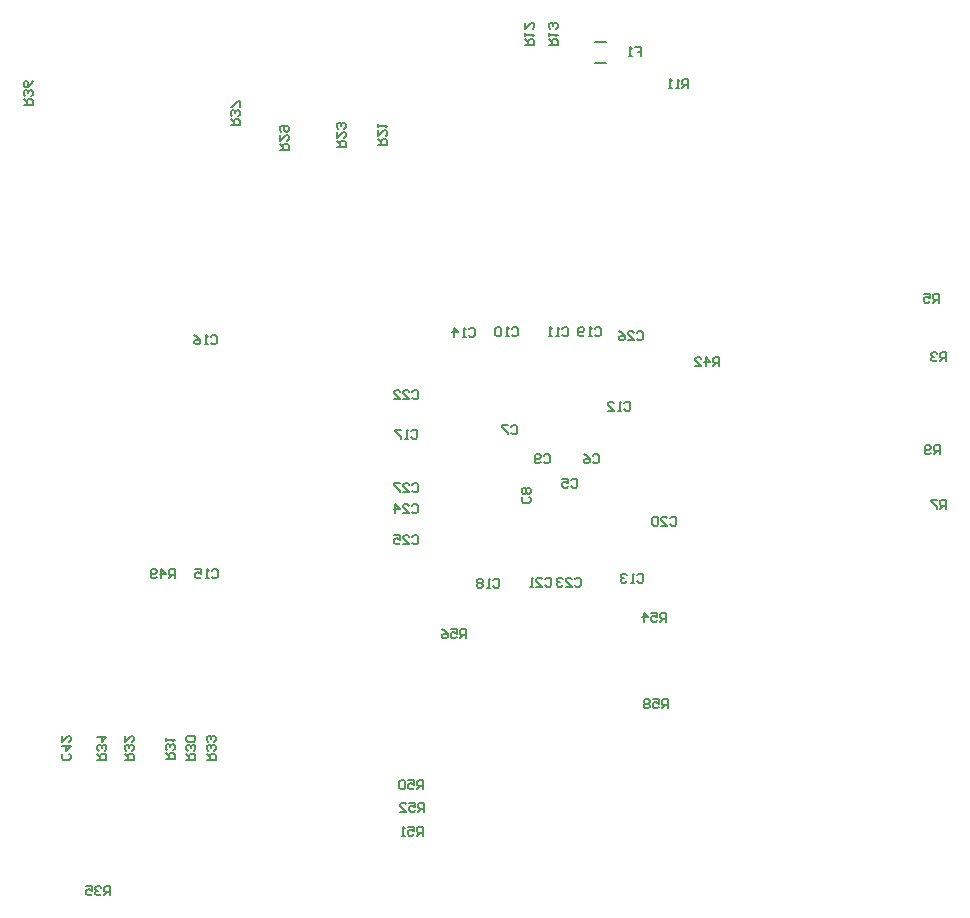
<source format=gbo>
G04*
G04 #@! TF.GenerationSoftware,Altium Limited,Altium Designer,23.4.1 (23)*
G04*
G04 Layer_Color=32896*
%FSLAX44Y44*%
%MOMM*%
G71*
G04*
G04 #@! TF.SameCoordinates,0BEE9D39-8D09-447D-96B2-328BBDF68ADB*
G04*
G04*
G04 #@! TF.FilePolarity,Positive*
G04*
G01*
G75*
%ADD14C,0.2000*%
%ADD16C,0.1270*%
D14*
X514500Y793500D02*
X524500D01*
X514500Y811500D02*
X524500D01*
D16*
X548500Y806809D02*
X553578D01*
Y803000D01*
X551039D01*
X553578D01*
Y799191D01*
X545961D02*
X543422D01*
X544691D01*
Y806809D01*
X545961Y805539D01*
X370157Y159534D02*
Y167151D01*
X366348D01*
X365078Y165882D01*
Y163342D01*
X366348Y162073D01*
X370157D01*
X367617D02*
X365078Y159534D01*
X357461Y167151D02*
X362539D01*
Y163342D01*
X360000Y164612D01*
X358730D01*
X357461Y163342D01*
Y160803D01*
X358730Y159534D01*
X361269D01*
X362539Y160803D01*
X349843Y159534D02*
X354921D01*
X349843Y164612D01*
Y165882D01*
X351113Y167151D01*
X353652D01*
X354921Y165882D01*
X369157Y178691D02*
Y186309D01*
X365348D01*
X364078Y185039D01*
Y182500D01*
X365348Y181231D01*
X369157D01*
X366618D02*
X364078Y178691D01*
X356461Y186309D02*
X361539D01*
Y182500D01*
X359000Y183770D01*
X357730D01*
X356461Y182500D01*
Y179961D01*
X357730Y178691D01*
X360270D01*
X361539Y179961D01*
X353922Y185039D02*
X352652Y186309D01*
X350113D01*
X348843Y185039D01*
Y179961D01*
X350113Y178691D01*
X352652D01*
X353922Y179961D01*
Y185039D01*
X206191Y740843D02*
X213809D01*
Y744652D01*
X212539Y745922D01*
X210000D01*
X208730Y744652D01*
Y740843D01*
Y743382D02*
X206191Y745922D01*
X212539Y748461D02*
X213809Y749730D01*
Y752270D01*
X212539Y753539D01*
X211270D01*
X210000Y752270D01*
Y751000D01*
Y752270D01*
X208730Y753539D01*
X207461D01*
X206191Y752270D01*
Y749730D01*
X207461Y748461D01*
X213809Y756078D02*
Y761157D01*
X212539D01*
X207461Y756078D01*
X206191D01*
X31191Y757843D02*
X38809D01*
Y761652D01*
X37539Y762922D01*
X35000D01*
X33730Y761652D01*
Y757843D01*
Y760383D02*
X31191Y762922D01*
X37539Y765461D02*
X38809Y766730D01*
Y769270D01*
X37539Y770539D01*
X36270D01*
X35000Y769270D01*
Y768000D01*
Y769270D01*
X33730Y770539D01*
X32461D01*
X31191Y769270D01*
Y766730D01*
X32461Y765461D01*
X38809Y778157D02*
X37539Y775618D01*
X35000Y773078D01*
X32461D01*
X31191Y774348D01*
Y776887D01*
X32461Y778157D01*
X33730D01*
X35000Y776887D01*
Y773078D01*
X247691Y719843D02*
X255309D01*
Y723652D01*
X254039Y724922D01*
X251500D01*
X250230Y723652D01*
Y719843D01*
Y722383D02*
X247691Y724922D01*
Y732539D02*
Y727461D01*
X252770Y732539D01*
X254039D01*
X255309Y731270D01*
Y728730D01*
X254039Y727461D01*
X248961Y735078D02*
X247691Y736348D01*
Y738887D01*
X248961Y740157D01*
X254039D01*
X255309Y738887D01*
Y736348D01*
X254039Y735078D01*
X252770D01*
X251500Y736348D01*
Y740157D01*
X575157Y320191D02*
Y327809D01*
X571348D01*
X570078Y326539D01*
Y324000D01*
X571348Y322730D01*
X575157D01*
X572617D02*
X570078Y320191D01*
X562461Y327809D02*
X567539D01*
Y324000D01*
X565000Y325270D01*
X563730D01*
X562461Y324000D01*
Y321461D01*
X563730Y320191D01*
X566270D01*
X567539Y321461D01*
X556113Y320191D02*
Y327809D01*
X559922Y324000D01*
X554843D01*
X104157Y88691D02*
Y96309D01*
X100348D01*
X99078Y95039D01*
Y92500D01*
X100348Y91230D01*
X104157D01*
X101617D02*
X99078Y88691D01*
X96539Y95039D02*
X95270Y96309D01*
X92730D01*
X91461Y95039D01*
Y93770D01*
X92730Y92500D01*
X94000D01*
X92730D01*
X91461Y91230D01*
Y89961D01*
X92730Y88691D01*
X95270D01*
X96539Y89961D01*
X83843Y96309D02*
X88922D01*
Y92500D01*
X86382Y93770D01*
X85113D01*
X83843Y92500D01*
Y89961D01*
X85113Y88691D01*
X87652D01*
X88922Y89961D01*
X576157Y246941D02*
Y254559D01*
X572348D01*
X571078Y253289D01*
Y250750D01*
X572348Y249480D01*
X576157D01*
X573618D02*
X571078Y246941D01*
X563461Y254559D02*
X568539D01*
Y250750D01*
X566000Y252020D01*
X564730D01*
X563461Y250750D01*
Y248211D01*
X564730Y246941D01*
X567270D01*
X568539Y248211D01*
X560922Y253289D02*
X559652Y254559D01*
X557113D01*
X555843Y253289D01*
Y252020D01*
X557113Y250750D01*
X555843Y249480D01*
Y248211D01*
X557113Y246941D01*
X559652D01*
X560922Y248211D01*
Y249480D01*
X559652Y250750D01*
X560922Y252020D01*
Y253289D01*
X559652Y250750D02*
X557113D01*
X405157Y306441D02*
Y314059D01*
X401348D01*
X400078Y312789D01*
Y310250D01*
X401348Y308981D01*
X405157D01*
X402617D02*
X400078Y306441D01*
X392461Y314059D02*
X397539D01*
Y310250D01*
X395000Y311520D01*
X393730D01*
X392461Y310250D01*
Y307711D01*
X393730Y306441D01*
X396270D01*
X397539Y307711D01*
X384843Y314059D02*
X387382Y312789D01*
X389922Y310250D01*
Y307711D01*
X388652Y306441D01*
X386113D01*
X384843Y307711D01*
Y308981D01*
X386113Y310250D01*
X389922D01*
X368887Y139191D02*
Y146809D01*
X365078D01*
X363809Y145539D01*
Y143000D01*
X365078Y141730D01*
X368887D01*
X366348D02*
X363809Y139191D01*
X356191Y146809D02*
X361270D01*
Y143000D01*
X358730Y144270D01*
X357461D01*
X356191Y143000D01*
Y140461D01*
X357461Y139191D01*
X360000D01*
X361270Y140461D01*
X353652Y139191D02*
X351113D01*
X352382D01*
Y146809D01*
X353652Y145539D01*
X159157Y357191D02*
Y364809D01*
X155348D01*
X154078Y363539D01*
Y361000D01*
X155348Y359730D01*
X159157D01*
X156617D02*
X154078Y357191D01*
X147730D02*
Y364809D01*
X151539Y361000D01*
X146461D01*
X143922Y358461D02*
X142652Y357191D01*
X140113D01*
X138843Y358461D01*
Y363539D01*
X140113Y364809D01*
X142652D01*
X143922Y363539D01*
Y362270D01*
X142652Y361000D01*
X138843D01*
X620157Y536691D02*
Y544309D01*
X616348D01*
X615078Y543039D01*
Y540500D01*
X616348Y539230D01*
X620157D01*
X617617D02*
X615078Y536691D01*
X608730D02*
Y544309D01*
X612539Y540500D01*
X607461D01*
X599843Y536691D02*
X604922D01*
X599843Y541770D01*
Y543039D01*
X601113Y544309D01*
X603652D01*
X604922Y543039D01*
X93191Y203343D02*
X100809D01*
Y207152D01*
X99539Y208422D01*
X97000D01*
X95730Y207152D01*
Y203343D01*
Y205882D02*
X93191Y208422D01*
X99539Y210961D02*
X100809Y212230D01*
Y214770D01*
X99539Y216039D01*
X98270D01*
X97000Y214770D01*
Y213500D01*
Y214770D01*
X95730Y216039D01*
X94461D01*
X93191Y214770D01*
Y212230D01*
X94461Y210961D01*
X93191Y222387D02*
X100809D01*
X97000Y218578D01*
Y223657D01*
X186191Y203343D02*
X193809D01*
Y207152D01*
X192539Y208422D01*
X190000D01*
X188730Y207152D01*
Y203343D01*
Y205882D02*
X186191Y208422D01*
X192539Y210961D02*
X193809Y212230D01*
Y214770D01*
X192539Y216039D01*
X191270D01*
X190000Y214770D01*
Y213500D01*
Y214770D01*
X188730Y216039D01*
X187461D01*
X186191Y214770D01*
Y212230D01*
X187461Y210961D01*
X192539Y218578D02*
X193809Y219848D01*
Y222387D01*
X192539Y223657D01*
X191270D01*
X190000Y222387D01*
Y221118D01*
Y222387D01*
X188730Y223657D01*
X187461D01*
X186191Y222387D01*
Y219848D01*
X187461Y218578D01*
X116691Y203343D02*
X124309D01*
Y207152D01*
X123039Y208422D01*
X120500D01*
X119230Y207152D01*
Y203343D01*
Y205882D02*
X116691Y208422D01*
X123039Y210961D02*
X124309Y212230D01*
Y214770D01*
X123039Y216039D01*
X121770D01*
X120500Y214770D01*
Y213500D01*
Y214770D01*
X119230Y216039D01*
X117961D01*
X116691Y214770D01*
Y212230D01*
X117961Y210961D01*
X116691Y223657D02*
Y218578D01*
X121770Y223657D01*
X123039D01*
X124309Y222387D01*
Y219848D01*
X123039Y218578D01*
X151191Y204113D02*
X158809D01*
Y207922D01*
X157539Y209191D01*
X155000D01*
X153730Y207922D01*
Y204113D01*
Y206652D02*
X151191Y209191D01*
X157539Y211730D02*
X158809Y213000D01*
Y215539D01*
X157539Y216809D01*
X156270D01*
X155000Y215539D01*
Y214270D01*
Y215539D01*
X153730Y216809D01*
X152461D01*
X151191Y215539D01*
Y213000D01*
X152461Y211730D01*
X151191Y219348D02*
Y221887D01*
Y220618D01*
X158809D01*
X157539Y219348D01*
X168691Y203343D02*
X176309D01*
Y207152D01*
X175039Y208422D01*
X172500D01*
X171230Y207152D01*
Y203343D01*
Y205882D02*
X168691Y208422D01*
X175039Y210961D02*
X176309Y212230D01*
Y214770D01*
X175039Y216039D01*
X173770D01*
X172500Y214770D01*
Y213500D01*
Y214770D01*
X171230Y216039D01*
X169961D01*
X168691Y214770D01*
Y212230D01*
X169961Y210961D01*
X175039Y218578D02*
X176309Y219848D01*
Y222387D01*
X175039Y223657D01*
X169961D01*
X168691Y222387D01*
Y219848D01*
X169961Y218578D01*
X175039D01*
X296191Y722343D02*
X303809D01*
Y726152D01*
X302539Y727422D01*
X300000D01*
X298730Y726152D01*
Y722343D01*
Y724883D02*
X296191Y727422D01*
Y735039D02*
Y729961D01*
X301270Y735039D01*
X302539D01*
X303809Y733770D01*
Y731230D01*
X302539Y729961D01*
Y737578D02*
X303809Y738848D01*
Y741387D01*
X302539Y742657D01*
X301270D01*
X300000Y741387D01*
Y740118D01*
Y741387D01*
X298730Y742657D01*
X297461D01*
X296191Y741387D01*
Y738848D01*
X297461Y737578D01*
X331191Y723613D02*
X338809D01*
Y727422D01*
X337539Y728691D01*
X335000D01*
X333730Y727422D01*
Y723613D01*
Y726152D02*
X331191Y728691D01*
Y736309D02*
Y731230D01*
X336270Y736309D01*
X337539D01*
X338809Y735039D01*
Y732500D01*
X337539Y731230D01*
X331191Y738848D02*
Y741387D01*
Y740117D01*
X338809D01*
X337539Y738848D01*
X475691Y808478D02*
X483309D01*
Y812287D01*
X482039Y813556D01*
X479500D01*
X478230Y812287D01*
Y808478D01*
Y811017D02*
X475691Y813556D01*
Y816096D02*
Y818635D01*
Y817365D01*
X483309D01*
X482039Y816096D01*
Y822444D02*
X483309Y823713D01*
Y826252D01*
X482039Y827522D01*
X480770D01*
X479500Y826252D01*
Y824983D01*
Y826252D01*
X478230Y827522D01*
X476961D01*
X475691Y826252D01*
Y823713D01*
X476961Y822444D01*
X455691Y808478D02*
X463309D01*
Y812287D01*
X462039Y813556D01*
X459500D01*
X458231Y812287D01*
Y808478D01*
Y811017D02*
X455691Y813556D01*
Y816096D02*
Y818635D01*
Y817365D01*
X463309D01*
X462039Y816096D01*
X455691Y827522D02*
Y822444D01*
X460770Y827522D01*
X462039D01*
X463309Y826252D01*
Y823713D01*
X462039Y822444D01*
X593752Y772191D02*
Y779809D01*
X589944D01*
X588674Y778539D01*
Y776000D01*
X589944Y774730D01*
X593752D01*
X591213D02*
X588674Y772191D01*
X586135D02*
X583596D01*
X584865D01*
Y779809D01*
X586135Y778539D01*
X579787Y772191D02*
X577248D01*
X578517D01*
Y779809D01*
X579787Y778539D01*
X806568Y462131D02*
Y469749D01*
X802759D01*
X801490Y468479D01*
Y465940D01*
X802759Y464670D01*
X806568D01*
X804029D02*
X801490Y462131D01*
X798950Y463401D02*
X797681Y462131D01*
X795142D01*
X793872Y463401D01*
Y468479D01*
X795142Y469749D01*
X797681D01*
X798950Y468479D01*
Y467210D01*
X797681Y465940D01*
X793872D01*
X811818Y416131D02*
Y423749D01*
X808009D01*
X806740Y422479D01*
Y419940D01*
X808009Y418670D01*
X811818D01*
X809279D02*
X806740Y416131D01*
X804200Y423749D02*
X799122D01*
Y422479D01*
X804200Y417401D01*
Y416131D01*
X805968Y590669D02*
Y598286D01*
X802159D01*
X800890Y597017D01*
Y594478D01*
X802159Y593208D01*
X805968D01*
X803429D02*
X800890Y590669D01*
X793272Y598286D02*
X798350D01*
Y594478D01*
X795811Y595747D01*
X794542D01*
X793272Y594478D01*
Y591938D01*
X794542Y590669D01*
X797081D01*
X798350Y591938D01*
X811948Y540891D02*
Y548509D01*
X808139D01*
X806870Y547239D01*
Y544700D01*
X808139Y543430D01*
X811948D01*
X809409D02*
X806870Y540891D01*
X804330Y547239D02*
X803061Y548509D01*
X800522D01*
X799252Y547239D01*
Y545970D01*
X800522Y544700D01*
X801791D01*
X800522D01*
X799252Y543430D01*
Y542161D01*
X800522Y540891D01*
X803061D01*
X804330Y542161D01*
X69539Y208422D02*
X70809Y207152D01*
Y204613D01*
X69539Y203343D01*
X64461D01*
X63191Y204613D01*
Y207152D01*
X64461Y208422D01*
X63191Y214770D02*
X70809D01*
X67000Y210961D01*
Y216039D01*
X63191Y223657D02*
Y218578D01*
X68270Y223657D01*
X69539D01*
X70809Y222387D01*
Y219848D01*
X69539Y218578D01*
X359918Y436479D02*
X361188Y437749D01*
X363727D01*
X364997Y436479D01*
Y431401D01*
X363727Y430131D01*
X361188D01*
X359918Y431401D01*
X352301Y430131D02*
X357379D01*
X352301Y435210D01*
Y436479D01*
X353570Y437749D01*
X356110D01*
X357379Y436479D01*
X349762Y437749D02*
X344683D01*
Y436479D01*
X349762Y431401D01*
Y430131D01*
X550078Y565039D02*
X551348Y566309D01*
X553887D01*
X555157Y565039D01*
Y559961D01*
X553887Y558691D01*
X551348D01*
X550078Y559961D01*
X542461Y558691D02*
X547539D01*
X542461Y563770D01*
Y565039D01*
X543730Y566309D01*
X546270D01*
X547539Y565039D01*
X534843Y566309D02*
X537382Y565039D01*
X539922Y562500D01*
Y559961D01*
X538652Y558691D01*
X536113D01*
X534843Y559961D01*
Y561230D01*
X536113Y562500D01*
X539922D01*
X359918Y392479D02*
X361188Y393749D01*
X363727D01*
X364997Y392479D01*
Y387401D01*
X363727Y386131D01*
X361188D01*
X359918Y387401D01*
X352301Y386131D02*
X357379D01*
X352301Y391210D01*
Y392479D01*
X353570Y393749D01*
X356110D01*
X357379Y392479D01*
X344683Y393749D02*
X349762D01*
Y389940D01*
X347223Y391210D01*
X345953D01*
X344683Y389940D01*
Y387401D01*
X345953Y386131D01*
X348492D01*
X349762Y387401D01*
X359578Y418582D02*
X360848Y419851D01*
X363387D01*
X364657Y418582D01*
Y413503D01*
X363387Y412234D01*
X360848D01*
X359578Y413503D01*
X351961Y412234D02*
X357039D01*
X351961Y417312D01*
Y418582D01*
X353230Y419851D01*
X355770D01*
X357039Y418582D01*
X345613Y412234D02*
Y419851D01*
X349422Y416043D01*
X344343D01*
X497578Y356539D02*
X498848Y357809D01*
X501387D01*
X502657Y356539D01*
Y351461D01*
X501387Y350191D01*
X498848D01*
X497578Y351461D01*
X489961Y350191D02*
X495039D01*
X489961Y355270D01*
Y356539D01*
X491230Y357809D01*
X493770D01*
X495039Y356539D01*
X487422D02*
X486152Y357809D01*
X483613D01*
X482343Y356539D01*
Y355270D01*
X483613Y354000D01*
X484882D01*
X483613D01*
X482343Y352730D01*
Y351461D01*
X483613Y350191D01*
X486152D01*
X487422Y351461D01*
X359918Y514979D02*
X361188Y516249D01*
X363727D01*
X364997Y514979D01*
Y509901D01*
X363727Y508631D01*
X361188D01*
X359918Y509901D01*
X352301Y508631D02*
X357379D01*
X352301Y513710D01*
Y514979D01*
X353570Y516249D01*
X356110D01*
X357379Y514979D01*
X344683Y508631D02*
X349762D01*
X344683Y513710D01*
Y514979D01*
X345953Y516249D01*
X348492D01*
X349762Y514979D01*
X472809Y356539D02*
X474078Y357809D01*
X476618D01*
X477887Y356539D01*
Y351461D01*
X476618Y350191D01*
X474078D01*
X472809Y351461D01*
X465191Y350191D02*
X470270D01*
X465191Y355270D01*
Y356539D01*
X466461Y357809D01*
X469000D01*
X470270Y356539D01*
X462652Y350191D02*
X460113D01*
X461382D01*
Y357809D01*
X462652Y356539D01*
X578578Y408039D02*
X579848Y409309D01*
X582387D01*
X583657Y408039D01*
Y402961D01*
X582387Y401691D01*
X579848D01*
X578578Y402961D01*
X570961Y401691D02*
X576039D01*
X570961Y406770D01*
Y408039D01*
X572230Y409309D01*
X574770D01*
X576039Y408039D01*
X568422D02*
X567152Y409309D01*
X564613D01*
X563343Y408039D01*
Y402961D01*
X564613Y401691D01*
X567152D01*
X568422Y402961D01*
Y408039D01*
X514444Y568539D02*
X515713Y569809D01*
X518252D01*
X519522Y568539D01*
Y563461D01*
X518252Y562191D01*
X515713D01*
X514444Y563461D01*
X511904Y562191D02*
X509365D01*
X510635D01*
Y569809D01*
X511904Y568539D01*
X505556Y563461D02*
X504287Y562191D01*
X501748D01*
X500478Y563461D01*
Y568539D01*
X501748Y569809D01*
X504287D01*
X505556Y568539D01*
Y567270D01*
X504287Y566000D01*
X500478D01*
X428444Y355539D02*
X429713Y356809D01*
X432252D01*
X433522Y355539D01*
Y350461D01*
X432252Y349191D01*
X429713D01*
X428444Y350461D01*
X425904Y349191D02*
X423365D01*
X424635D01*
Y356809D01*
X425904Y355539D01*
X419556D02*
X418287Y356809D01*
X415748D01*
X414478Y355539D01*
Y354270D01*
X415748Y353000D01*
X414478Y351730D01*
Y350461D01*
X415748Y349191D01*
X418287D01*
X419556Y350461D01*
Y351730D01*
X418287Y353000D01*
X419556Y354270D01*
Y355539D01*
X418287Y353000D02*
X415748D01*
X359284Y481479D02*
X360553Y482749D01*
X363092D01*
X364362Y481479D01*
Y476401D01*
X363092Y475131D01*
X360553D01*
X359284Y476401D01*
X356744Y475131D02*
X354205D01*
X355475D01*
Y482749D01*
X356744Y481479D01*
X350396Y482749D02*
X345318D01*
Y481479D01*
X350396Y476401D01*
Y475131D01*
X189444Y561539D02*
X190713Y562809D01*
X193252D01*
X194522Y561539D01*
Y556461D01*
X193252Y555191D01*
X190713D01*
X189444Y556461D01*
X186904Y555191D02*
X184365D01*
X185635D01*
Y562809D01*
X186904Y561539D01*
X175478Y562809D02*
X178017Y561539D01*
X180556Y559000D01*
Y556461D01*
X179287Y555191D01*
X176748D01*
X175478Y556461D01*
Y557730D01*
X176748Y559000D01*
X180556D01*
X190444Y363539D02*
X191713Y364809D01*
X194252D01*
X195522Y363539D01*
Y358461D01*
X194252Y357191D01*
X191713D01*
X190444Y358461D01*
X187904Y357191D02*
X185365D01*
X186635D01*
Y364809D01*
X187904Y363539D01*
X176478Y364809D02*
X181556D01*
Y361000D01*
X179017Y362270D01*
X177748D01*
X176478Y361000D01*
Y358461D01*
X177748Y357191D01*
X180287D01*
X181556Y358461D01*
X407693Y568039D02*
X408963Y569309D01*
X411502D01*
X412772Y568039D01*
Y562961D01*
X411502Y561691D01*
X408963D01*
X407693Y562961D01*
X405154Y561691D02*
X402615D01*
X403885D01*
Y569309D01*
X405154Y568039D01*
X394998Y561691D02*
Y569309D01*
X398806Y565500D01*
X393728D01*
X550444Y359539D02*
X551713Y360809D01*
X554252D01*
X555522Y359539D01*
Y354461D01*
X554252Y353191D01*
X551713D01*
X550444Y354461D01*
X547904Y353191D02*
X545365D01*
X546635D01*
Y360809D01*
X547904Y359539D01*
X541556D02*
X540287Y360809D01*
X537748D01*
X536478Y359539D01*
Y358270D01*
X537748Y357000D01*
X539017D01*
X537748D01*
X536478Y355731D01*
Y354461D01*
X537748Y353191D01*
X540287D01*
X541556Y354461D01*
X539444Y505289D02*
X540713Y506559D01*
X543252D01*
X544522Y505289D01*
Y500211D01*
X543252Y498941D01*
X540713D01*
X539444Y500211D01*
X536904Y498941D02*
X534365D01*
X535635D01*
Y506559D01*
X536904Y505289D01*
X525478Y498941D02*
X530556D01*
X525478Y504020D01*
Y505289D01*
X526748Y506559D01*
X529287D01*
X530556Y505289D01*
X487174Y568539D02*
X488444Y569809D01*
X490983D01*
X492252Y568539D01*
Y563461D01*
X490983Y562191D01*
X488444D01*
X487174Y563461D01*
X484635Y562191D02*
X482096D01*
X483365D01*
Y569809D01*
X484635Y568539D01*
X478287Y562191D02*
X475748D01*
X477017D01*
Y569809D01*
X478287Y568539D01*
X444193Y568539D02*
X445463Y569809D01*
X448002D01*
X449272Y568539D01*
Y563461D01*
X448002Y562191D01*
X445463D01*
X444193Y563461D01*
X441654Y562191D02*
X439115D01*
X440385D01*
Y569809D01*
X441654Y568539D01*
X435306D02*
X434037Y569809D01*
X431498D01*
X430228Y568539D01*
Y563461D01*
X431498Y562191D01*
X434037D01*
X435306Y563461D01*
Y568539D01*
X471270Y461039D02*
X472539Y462309D01*
X475078D01*
X476348Y461039D01*
Y455961D01*
X475078Y454691D01*
X472539D01*
X471270Y455961D01*
X468730D02*
X467461Y454691D01*
X464922D01*
X463652Y455961D01*
Y461039D01*
X464922Y462309D01*
X467461D01*
X468730Y461039D01*
Y459770D01*
X467461Y458500D01*
X463652D01*
X459039Y426230D02*
X460309Y424961D01*
Y422422D01*
X459039Y421152D01*
X453961D01*
X452691Y422422D01*
Y424961D01*
X453961Y426230D01*
X459039Y428770D02*
X460309Y430039D01*
Y432578D01*
X459039Y433848D01*
X457770D01*
X456500Y432578D01*
X455230Y433848D01*
X453961D01*
X452691Y432578D01*
Y430039D01*
X453961Y428770D01*
X455230D01*
X456500Y430039D01*
X457770Y428770D01*
X459039D01*
X456500Y430039D02*
Y432578D01*
X443770Y485539D02*
X445039Y486809D01*
X447578D01*
X448848Y485539D01*
Y480461D01*
X447578Y479191D01*
X445039D01*
X443770Y480461D01*
X441230Y486809D02*
X436152D01*
Y485539D01*
X441230Y480461D01*
Y479191D01*
X512770Y461039D02*
X514039Y462309D01*
X516578D01*
X517848Y461039D01*
Y455961D01*
X516578Y454691D01*
X514039D01*
X512770Y455961D01*
X505152Y462309D02*
X507691Y461039D01*
X510230Y458500D01*
Y455961D01*
X508961Y454691D01*
X506422D01*
X505152Y455961D01*
Y457230D01*
X506422Y458500D01*
X510230D01*
X494770Y440039D02*
X496039Y441309D01*
X498578D01*
X499848Y440039D01*
Y434961D01*
X498578Y433691D01*
X496039D01*
X494770Y434961D01*
X487152Y441309D02*
X492230D01*
Y437500D01*
X489691Y438770D01*
X488422D01*
X487152Y437500D01*
Y434961D01*
X488422Y433691D01*
X490961D01*
X492230Y434961D01*
M02*

</source>
